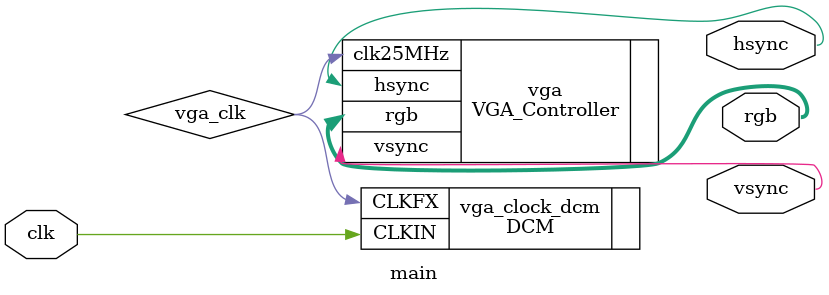
<source format=v>
`timescale 1ns / 1ps

module main(
    input clk,
	 output wire hsync,
	 output wire vsync,
	 output wire [2:0] rgb
    );

	wire vga_clk;
	// synthesis attribute CLKFX_DIVIDE of vga_clock_dcm is 4
	// synthesis attribute CLKFX_MULTIPLY of vga_clock_dcm is 2
	DCM vga_clock_dcm (.CLKIN(clk), .CLKFX(vga_clk));
	VGA_Controller vga(.clk25MHz(vga_clk), .hsync(hsync), .vsync(vsync), .rgb(rgb));

endmodule

</source>
